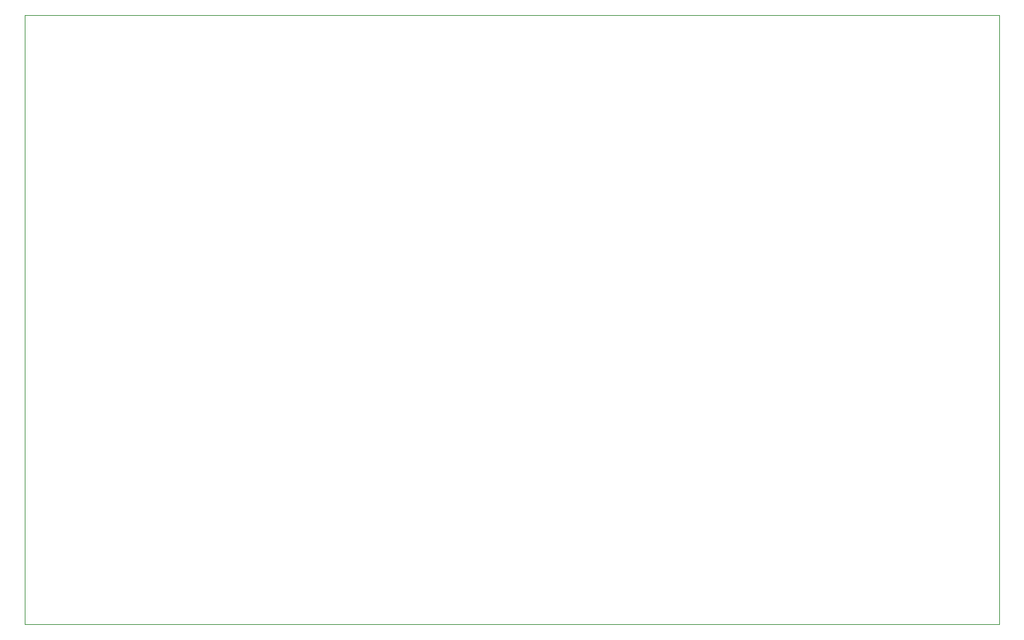
<source format=gbr>
%TF.GenerationSoftware,KiCad,Pcbnew,7.0.8*%
%TF.CreationDate,2024-02-13T18:26:10+01:00*%
%TF.ProjectId,BlankingRelay_Base,426c616e-6b69-46e6-9752-656c61795f42,rev?*%
%TF.SameCoordinates,Original*%
%TF.FileFunction,Profile,NP*%
%FSLAX46Y46*%
G04 Gerber Fmt 4.6, Leading zero omitted, Abs format (unit mm)*
G04 Created by KiCad (PCBNEW 7.0.8) date 2024-02-13 18:26:10*
%MOMM*%
%LPD*%
G01*
G04 APERTURE LIST*
%TA.AperFunction,Profile*%
%ADD10C,0.100000*%
%TD*%
G04 APERTURE END LIST*
D10*
X50000000Y-50000000D02*
X170000000Y-50000000D01*
X170000000Y-125000000D01*
X50000000Y-125000000D01*
X50000000Y-50000000D01*
M02*

</source>
